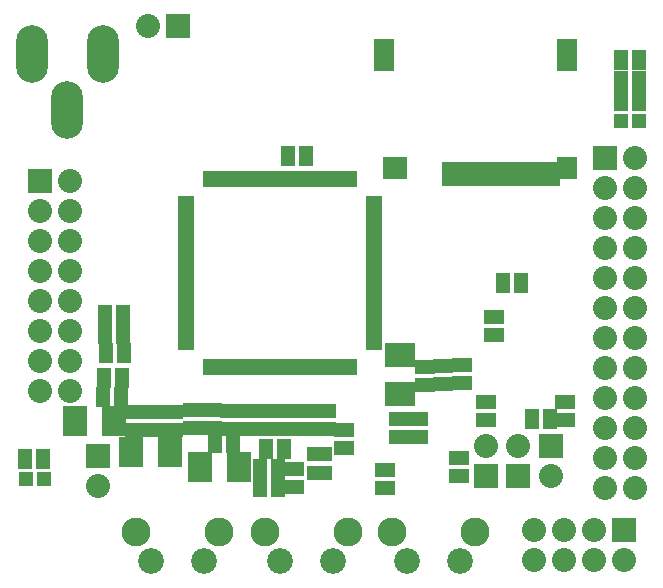
<source format=gts>
G04 (created by PCBNEW-RS274X (2011-01-25 BZR 2758)-stable) date Tue 26 Apr 2011 02:48:04 PM COT*
G01*
G70*
G90*
%MOIN*%
G04 Gerber Fmt 3.4, Leading zero omitted, Abs format*
%FSLAX34Y34*%
G04 APERTURE LIST*
%ADD10C,0.006000*%
%ADD11R,0.031800X0.047500*%
%ADD12O,0.105900X0.191900*%
%ADD13R,0.051400X0.051400*%
%ADD14R,0.080000X0.080000*%
%ADD15C,0.080000*%
%ADD16C,0.086000*%
%ADD17C,0.096000*%
%ADD18R,0.055000X0.028000*%
%ADD19R,0.028000X0.055000*%
%ADD20R,0.046000X0.082000*%
%ADD21R,0.082000X0.074000*%
%ADD22R,0.066000X0.106000*%
%ADD23R,0.066000X0.074000*%
%ADD24R,0.045000X0.065000*%
%ADD25R,0.065000X0.045000*%
%ADD26R,0.080000X0.100000*%
%ADD27R,0.100000X0.080000*%
G04 APERTURE END LIST*
G54D10*
G54D11*
X56375Y-46644D03*
X56120Y-46644D03*
X55865Y-46644D03*
X55865Y-47272D03*
X56120Y-47272D03*
X56375Y-47272D03*
G54D12*
X46524Y-33307D03*
X47705Y-35196D03*
X48886Y-33307D03*
G54D13*
X46347Y-47492D03*
X46937Y-47492D03*
X66177Y-35555D03*
X66767Y-35555D03*
G54D14*
X46793Y-37553D03*
G54D15*
X47793Y-37553D03*
X46793Y-38553D03*
X47793Y-38553D03*
X46793Y-39553D03*
X47793Y-39553D03*
X46793Y-40553D03*
X47793Y-40553D03*
X46793Y-41553D03*
X47793Y-41553D03*
X46793Y-42553D03*
X47793Y-42553D03*
X46793Y-43553D03*
X47793Y-43553D03*
X46793Y-44553D03*
X47793Y-44553D03*
G54D16*
X54809Y-50218D03*
X56579Y-50218D03*
G54D17*
X54309Y-49238D03*
X57069Y-49238D03*
G54D18*
X57919Y-43054D03*
G54D19*
X57228Y-37495D03*
G54D18*
X51669Y-38186D03*
G54D19*
X52360Y-43745D03*
G54D18*
X57919Y-42897D03*
G54D19*
X57071Y-37495D03*
G54D18*
X51669Y-38343D03*
G54D19*
X52517Y-43745D03*
G54D18*
X57919Y-42740D03*
G54D19*
X56914Y-37495D03*
G54D18*
X51669Y-38500D03*
G54D19*
X52674Y-43745D03*
G54D18*
X57919Y-42583D03*
G54D19*
X56757Y-37495D03*
G54D18*
X51669Y-38657D03*
G54D19*
X52831Y-43745D03*
G54D18*
X57919Y-42426D03*
G54D19*
X56600Y-37495D03*
G54D18*
X51669Y-38814D03*
G54D19*
X52988Y-43745D03*
G54D18*
X57919Y-42269D03*
G54D19*
X56443Y-37495D03*
G54D18*
X51669Y-38971D03*
G54D19*
X53145Y-43745D03*
G54D18*
X57919Y-42112D03*
G54D19*
X56286Y-37495D03*
G54D18*
X51669Y-39128D03*
G54D19*
X53302Y-43745D03*
G54D18*
X57919Y-41955D03*
G54D19*
X56129Y-37495D03*
G54D18*
X51669Y-39285D03*
G54D19*
X53459Y-43745D03*
G54D18*
X57919Y-41798D03*
G54D19*
X55972Y-37495D03*
G54D18*
X51669Y-39442D03*
G54D19*
X53616Y-43745D03*
G54D18*
X57919Y-41641D03*
G54D19*
X55815Y-37495D03*
G54D18*
X51669Y-39599D03*
G54D19*
X53773Y-43745D03*
G54D18*
X57919Y-41484D03*
G54D19*
X55658Y-37495D03*
G54D18*
X51669Y-39756D03*
G54D19*
X53930Y-43745D03*
G54D18*
X57919Y-41327D03*
G54D19*
X55501Y-37495D03*
G54D18*
X51669Y-39913D03*
G54D19*
X54087Y-43745D03*
G54D18*
X57919Y-41170D03*
G54D19*
X55344Y-37495D03*
G54D18*
X51669Y-40070D03*
G54D19*
X54244Y-43745D03*
G54D18*
X57919Y-41013D03*
G54D19*
X55187Y-37495D03*
G54D18*
X51669Y-40227D03*
G54D19*
X54401Y-43745D03*
G54D18*
X57919Y-40856D03*
G54D19*
X55030Y-37495D03*
G54D18*
X51669Y-40384D03*
G54D19*
X54558Y-43745D03*
G54D18*
X57919Y-40699D03*
G54D19*
X54873Y-37495D03*
G54D18*
X51669Y-40541D03*
G54D19*
X54715Y-43745D03*
G54D18*
X57919Y-40542D03*
G54D19*
X54716Y-37495D03*
G54D18*
X51669Y-40698D03*
G54D19*
X54872Y-43745D03*
G54D18*
X57919Y-40385D03*
G54D19*
X54559Y-37495D03*
G54D18*
X51669Y-40855D03*
G54D19*
X55029Y-43745D03*
G54D18*
X57919Y-40228D03*
G54D19*
X54402Y-37495D03*
G54D18*
X51669Y-41012D03*
G54D19*
X55186Y-43745D03*
G54D18*
X57919Y-40071D03*
G54D19*
X54245Y-37495D03*
G54D18*
X51669Y-41169D03*
G54D19*
X55343Y-43745D03*
G54D18*
X57919Y-39914D03*
G54D19*
X54088Y-37495D03*
G54D18*
X51669Y-41326D03*
G54D19*
X55500Y-43745D03*
G54D18*
X57919Y-39757D03*
G54D19*
X53931Y-37495D03*
G54D18*
X51669Y-41483D03*
G54D19*
X55657Y-43745D03*
G54D18*
X57919Y-39600D03*
G54D19*
X53774Y-37495D03*
G54D18*
X51669Y-41640D03*
G54D19*
X55814Y-43745D03*
G54D18*
X57919Y-39443D03*
G54D19*
X53617Y-37495D03*
G54D18*
X51669Y-41797D03*
G54D19*
X55971Y-43745D03*
G54D18*
X57919Y-39286D03*
G54D19*
X53460Y-37495D03*
G54D18*
X51669Y-41954D03*
G54D19*
X56128Y-43745D03*
G54D18*
X57919Y-39129D03*
G54D19*
X53303Y-37495D03*
G54D18*
X51669Y-42111D03*
G54D19*
X56285Y-43745D03*
G54D18*
X57919Y-38972D03*
G54D19*
X53146Y-37495D03*
G54D18*
X51669Y-42268D03*
G54D19*
X56442Y-43745D03*
G54D18*
X57919Y-38815D03*
G54D19*
X52989Y-37495D03*
G54D18*
X51669Y-42425D03*
G54D19*
X56599Y-43745D03*
G54D18*
X57919Y-38658D03*
G54D19*
X52832Y-37495D03*
G54D18*
X51669Y-42582D03*
G54D19*
X56756Y-43745D03*
G54D18*
X57919Y-38501D03*
G54D19*
X52675Y-37495D03*
G54D18*
X51669Y-42739D03*
G54D19*
X56913Y-43745D03*
G54D18*
X57919Y-38344D03*
G54D19*
X52518Y-37495D03*
G54D18*
X51669Y-42896D03*
G54D19*
X57070Y-43745D03*
G54D18*
X57919Y-38187D03*
G54D19*
X52361Y-37495D03*
G54D18*
X51669Y-43053D03*
G54D19*
X57227Y-43745D03*
G54D20*
X60440Y-37321D03*
X60870Y-37321D03*
X61300Y-37321D03*
X61740Y-37321D03*
X62170Y-37321D03*
X62600Y-37321D03*
X63040Y-37321D03*
X63470Y-37321D03*
X63900Y-37321D03*
G54D21*
X58630Y-37121D03*
G54D22*
X58270Y-33341D03*
X64370Y-33341D03*
G54D23*
X64380Y-37121D03*
G54D24*
X66153Y-34224D03*
X66753Y-34224D03*
X66761Y-34898D03*
X66161Y-34898D03*
X46306Y-46803D03*
X46906Y-46803D03*
G54D25*
X58752Y-46087D03*
X58752Y-45487D03*
G54D24*
X49540Y-44102D03*
X48940Y-44102D03*
G54D14*
X65651Y-36797D03*
G54D15*
X66651Y-36797D03*
X65651Y-37797D03*
X66651Y-37797D03*
X65651Y-38797D03*
X66651Y-38797D03*
X65651Y-39797D03*
X66651Y-39797D03*
X65651Y-40797D03*
X66651Y-40797D03*
X65651Y-41797D03*
X66651Y-41797D03*
X65651Y-42797D03*
X66651Y-42797D03*
X65651Y-43797D03*
X66651Y-43797D03*
X65651Y-44797D03*
X66651Y-44797D03*
X65651Y-45797D03*
X66651Y-45797D03*
X65651Y-46797D03*
X66651Y-46797D03*
X65651Y-47797D03*
X66651Y-47797D03*
G54D24*
X62843Y-40953D03*
X62243Y-40953D03*
G54D16*
X59029Y-50218D03*
X60799Y-50218D03*
G54D17*
X58529Y-49238D03*
X61289Y-49238D03*
G54D16*
X50494Y-50218D03*
X52264Y-50218D03*
G54D17*
X49994Y-49238D03*
X52754Y-49238D03*
G54D26*
X49844Y-46595D03*
X51144Y-46595D03*
X52144Y-47095D03*
X53444Y-47095D03*
X49269Y-45545D03*
X47969Y-45545D03*
G54D27*
X58809Y-43348D03*
X58809Y-44648D03*
G54D25*
X56319Y-45220D03*
X56319Y-45820D03*
X54394Y-45220D03*
X54394Y-45820D03*
X53144Y-45220D03*
X53144Y-45820D03*
G54D24*
X52619Y-46295D03*
X53219Y-46295D03*
G54D25*
X52519Y-45195D03*
X52519Y-45795D03*
X49969Y-45245D03*
X49969Y-45845D03*
X51244Y-45245D03*
X51244Y-45845D03*
X53769Y-45220D03*
X53769Y-45820D03*
X50619Y-45245D03*
X50619Y-45845D03*
X51894Y-45170D03*
X51894Y-45770D03*
G54D24*
X49569Y-42020D03*
X48969Y-42020D03*
G54D25*
X55044Y-45220D03*
X55044Y-45820D03*
G54D24*
X49494Y-44745D03*
X48894Y-44745D03*
G54D25*
X60860Y-43678D03*
X60860Y-44278D03*
X60234Y-43717D03*
X60234Y-44317D03*
G54D24*
X49585Y-43269D03*
X48985Y-43269D03*
X55054Y-36712D03*
X55654Y-36712D03*
X49569Y-42645D03*
X48969Y-42645D03*
G54D25*
X59620Y-43741D03*
X59620Y-44341D03*
X64315Y-44920D03*
X64315Y-45520D03*
X61669Y-44920D03*
X61669Y-45520D03*
X55277Y-47151D03*
X55277Y-47751D03*
G54D24*
X54731Y-47132D03*
X54131Y-47132D03*
X54746Y-47738D03*
X54146Y-47738D03*
G54D25*
X58300Y-47780D03*
X58300Y-47180D03*
X55694Y-45220D03*
X55694Y-45820D03*
X56938Y-45832D03*
X56938Y-46432D03*
G54D24*
X54319Y-46495D03*
X54919Y-46495D03*
G54D14*
X66256Y-49169D03*
G54D15*
X66256Y-50169D03*
X65256Y-49169D03*
X65256Y-50169D03*
X64256Y-49169D03*
X64256Y-50169D03*
X63256Y-49169D03*
X63256Y-50169D03*
G54D14*
X61654Y-47390D03*
G54D15*
X61654Y-46390D03*
G54D14*
X62744Y-47390D03*
G54D15*
X62744Y-46390D03*
G54D14*
X48718Y-46730D03*
G54D15*
X48718Y-47730D03*
G54D14*
X51413Y-32366D03*
G54D15*
X50413Y-32366D03*
G54D14*
X63827Y-46382D03*
G54D15*
X63827Y-47382D03*
G54D24*
X63204Y-45484D03*
X63804Y-45484D03*
G54D25*
X61929Y-42670D03*
X61929Y-42070D03*
X60783Y-46783D03*
X60783Y-47383D03*
X59406Y-45487D03*
X59406Y-46087D03*
G54D24*
X66153Y-33520D03*
X66753Y-33520D03*
M02*

</source>
